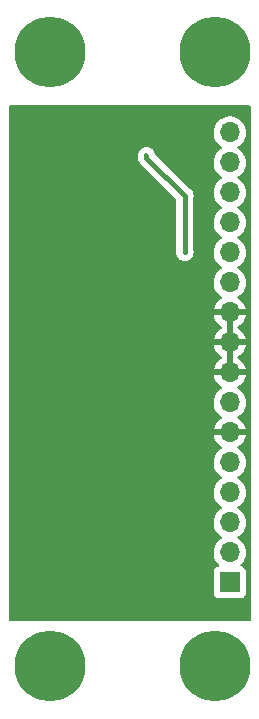
<source format=gbl>
G04 #@! TF.GenerationSoftware,KiCad,Pcbnew,6.0.2+dfsg-1*
G04 #@! TF.CreationDate,2022-07-08T08:01:06-07:00*
G04 #@! TF.ProjectId,behavior_panel,62656861-7669-46f7-925f-70616e656c2e,rev?*
G04 #@! TF.SameCoordinates,Original*
G04 #@! TF.FileFunction,Copper,L2,Bot*
G04 #@! TF.FilePolarity,Positive*
%FSLAX46Y46*%
G04 Gerber Fmt 4.6, Leading zero omitted, Abs format (unit mm)*
G04 Created by KiCad (PCBNEW 6.0.2+dfsg-1) date 2022-07-08 08:01:06*
%MOMM*%
%LPD*%
G01*
G04 APERTURE LIST*
G04 #@! TA.AperFunction,ComponentPad*
%ADD10C,6.000000*%
G04 #@! TD*
G04 #@! TA.AperFunction,ComponentPad*
%ADD11R,1.700000X1.700000*%
G04 #@! TD*
G04 #@! TA.AperFunction,ComponentPad*
%ADD12O,1.700000X1.700000*%
G04 #@! TD*
G04 #@! TA.AperFunction,ViaPad*
%ADD13C,0.457200*%
G04 #@! TD*
G04 #@! TA.AperFunction,Conductor*
%ADD14C,0.400000*%
G04 #@! TD*
G04 APERTURE END LIST*
D10*
X127000000Y-43000000D03*
X141000000Y-43000000D03*
X127000000Y-95000000D03*
X141000000Y-95000000D03*
D11*
X142240000Y-87884000D03*
D12*
X142240000Y-85344000D03*
X142240000Y-82804000D03*
X142240000Y-80264000D03*
X142240000Y-77724000D03*
X142240000Y-75184000D03*
X142240000Y-72644000D03*
X142240000Y-70104000D03*
X142240000Y-67564000D03*
X142240000Y-65024000D03*
X142240000Y-62484000D03*
X142240000Y-59944000D03*
X142240000Y-57404000D03*
X142240000Y-54864000D03*
X142240000Y-52324000D03*
X142240000Y-49784000D03*
D13*
X137287000Y-73914000D03*
X137414000Y-65532000D03*
X136906000Y-65532000D03*
X135763000Y-73406000D03*
X137414000Y-65024000D03*
X136779000Y-73406000D03*
X138201400Y-69596000D03*
X133096000Y-90109000D03*
X136398000Y-65024000D03*
X136017100Y-56769000D03*
X125857000Y-68546500D03*
X136779000Y-73914000D03*
X136271000Y-72898000D03*
X129730500Y-63500000D03*
X136398000Y-65532000D03*
X137287000Y-72898000D03*
X135763000Y-73914000D03*
X133096000Y-80579000D03*
X135293000Y-80264000D03*
X138988800Y-66497100D03*
X137287000Y-73406000D03*
X135499600Y-86090800D03*
X136398000Y-64516000D03*
X126644400Y-57721500D03*
X136017000Y-58293000D03*
X136906000Y-65024000D03*
X136906000Y-64516000D03*
X135763000Y-72898000D03*
X136271000Y-73914000D03*
X137414000Y-64516000D03*
X136779000Y-72898000D03*
X136271000Y-73406000D03*
X135185500Y-51752500D03*
X138430000Y-59921000D03*
X138430000Y-55164000D03*
D14*
X135185500Y-51919500D02*
X135185500Y-51752500D01*
X138430000Y-55164000D02*
X138430000Y-59921000D01*
X138430000Y-55164000D02*
X135185500Y-51919500D01*
G04 #@! TA.AperFunction,Conductor*
G36*
X143960121Y-47518002D02*
G01*
X144006614Y-47571658D01*
X144018000Y-47624000D01*
X144018000Y-91060000D01*
X143997998Y-91128121D01*
X143944342Y-91174614D01*
X143892000Y-91186000D01*
X123634000Y-91186000D01*
X123565879Y-91165998D01*
X123519386Y-91112342D01*
X123508000Y-91060000D01*
X123508000Y-85310695D01*
X140877251Y-85310695D01*
X140877548Y-85315848D01*
X140877548Y-85315851D01*
X140883011Y-85410590D01*
X140890110Y-85533715D01*
X140891247Y-85538761D01*
X140891248Y-85538767D01*
X140911119Y-85626939D01*
X140939222Y-85751639D01*
X141023266Y-85958616D01*
X141139987Y-86149088D01*
X141286250Y-86317938D01*
X141290230Y-86321242D01*
X141294981Y-86325187D01*
X141334616Y-86384090D01*
X141336113Y-86455071D01*
X141298997Y-86515593D01*
X141258724Y-86540112D01*
X141143295Y-86583385D01*
X141026739Y-86670739D01*
X140939385Y-86787295D01*
X140888255Y-86923684D01*
X140881500Y-86985866D01*
X140881500Y-88782134D01*
X140888255Y-88844316D01*
X140939385Y-88980705D01*
X141026739Y-89097261D01*
X141143295Y-89184615D01*
X141279684Y-89235745D01*
X141341866Y-89242500D01*
X143138134Y-89242500D01*
X143200316Y-89235745D01*
X143336705Y-89184615D01*
X143453261Y-89097261D01*
X143540615Y-88980705D01*
X143591745Y-88844316D01*
X143598500Y-88782134D01*
X143598500Y-86985866D01*
X143591745Y-86923684D01*
X143540615Y-86787295D01*
X143453261Y-86670739D01*
X143336705Y-86583385D01*
X143324132Y-86578672D01*
X143218203Y-86538960D01*
X143161439Y-86496318D01*
X143136739Y-86429756D01*
X143151947Y-86360408D01*
X143173493Y-86331727D01*
X143274435Y-86231137D01*
X143278096Y-86227489D01*
X143337594Y-86144689D01*
X143405435Y-86050277D01*
X143408453Y-86046077D01*
X143507430Y-85845811D01*
X143572370Y-85632069D01*
X143601529Y-85410590D01*
X143603156Y-85344000D01*
X143584852Y-85121361D01*
X143530431Y-84904702D01*
X143441354Y-84699840D01*
X143320014Y-84512277D01*
X143169670Y-84347051D01*
X143165619Y-84343852D01*
X143165615Y-84343848D01*
X142998414Y-84211800D01*
X142998410Y-84211798D01*
X142994359Y-84208598D01*
X142953053Y-84185796D01*
X142903084Y-84135364D01*
X142888312Y-84065921D01*
X142913428Y-83999516D01*
X142940780Y-83972909D01*
X142984603Y-83941650D01*
X143119860Y-83845173D01*
X143278096Y-83687489D01*
X143337594Y-83604689D01*
X143405435Y-83510277D01*
X143408453Y-83506077D01*
X143507430Y-83305811D01*
X143572370Y-83092069D01*
X143601529Y-82870590D01*
X143603156Y-82804000D01*
X143584852Y-82581361D01*
X143530431Y-82364702D01*
X143441354Y-82159840D01*
X143320014Y-81972277D01*
X143169670Y-81807051D01*
X143165619Y-81803852D01*
X143165615Y-81803848D01*
X142998414Y-81671800D01*
X142998410Y-81671798D01*
X142994359Y-81668598D01*
X142953053Y-81645796D01*
X142903084Y-81595364D01*
X142888312Y-81525921D01*
X142913428Y-81459516D01*
X142940780Y-81432909D01*
X142984603Y-81401650D01*
X143119860Y-81305173D01*
X143278096Y-81147489D01*
X143337594Y-81064689D01*
X143405435Y-80970277D01*
X143408453Y-80966077D01*
X143507430Y-80765811D01*
X143572370Y-80552069D01*
X143601529Y-80330590D01*
X143603156Y-80264000D01*
X143584852Y-80041361D01*
X143530431Y-79824702D01*
X143441354Y-79619840D01*
X143320014Y-79432277D01*
X143169670Y-79267051D01*
X143165619Y-79263852D01*
X143165615Y-79263848D01*
X142998414Y-79131800D01*
X142998410Y-79131798D01*
X142994359Y-79128598D01*
X142953053Y-79105796D01*
X142903084Y-79055364D01*
X142888312Y-78985921D01*
X142913428Y-78919516D01*
X142940780Y-78892909D01*
X142984603Y-78861650D01*
X143119860Y-78765173D01*
X143278096Y-78607489D01*
X143337594Y-78524689D01*
X143405435Y-78430277D01*
X143408453Y-78426077D01*
X143507430Y-78225811D01*
X143572370Y-78012069D01*
X143601529Y-77790590D01*
X143603156Y-77724000D01*
X143584852Y-77501361D01*
X143530431Y-77284702D01*
X143441354Y-77079840D01*
X143320014Y-76892277D01*
X143169670Y-76727051D01*
X143165619Y-76723852D01*
X143165615Y-76723848D01*
X142998414Y-76591800D01*
X142998410Y-76591798D01*
X142994359Y-76588598D01*
X142952569Y-76565529D01*
X142902598Y-76515097D01*
X142887826Y-76445654D01*
X142912942Y-76379248D01*
X142940294Y-76352641D01*
X143115328Y-76227792D01*
X143123200Y-76221139D01*
X143274052Y-76070812D01*
X143280730Y-76062965D01*
X143405003Y-75890020D01*
X143410313Y-75881183D01*
X143504670Y-75690267D01*
X143508469Y-75680672D01*
X143570377Y-75476910D01*
X143572555Y-75466837D01*
X143573986Y-75455962D01*
X143571775Y-75441778D01*
X143558617Y-75438000D01*
X140923225Y-75438000D01*
X140909694Y-75441973D01*
X140908257Y-75451966D01*
X140938565Y-75586446D01*
X140941645Y-75596275D01*
X141021770Y-75793603D01*
X141026413Y-75802794D01*
X141137694Y-75984388D01*
X141143777Y-75992699D01*
X141283213Y-76153667D01*
X141290580Y-76160883D01*
X141454434Y-76296916D01*
X141462881Y-76302831D01*
X141531969Y-76343203D01*
X141580693Y-76394842D01*
X141593764Y-76464625D01*
X141567033Y-76530396D01*
X141526584Y-76563752D01*
X141513607Y-76570507D01*
X141509474Y-76573610D01*
X141509471Y-76573612D01*
X141485247Y-76591800D01*
X141334965Y-76704635D01*
X141180629Y-76866138D01*
X141054743Y-77050680D01*
X140960688Y-77253305D01*
X140900989Y-77468570D01*
X140877251Y-77690695D01*
X140877548Y-77695848D01*
X140877548Y-77695851D01*
X140883011Y-77790590D01*
X140890110Y-77913715D01*
X140891247Y-77918761D01*
X140891248Y-77918767D01*
X140911119Y-78006939D01*
X140939222Y-78131639D01*
X141023266Y-78338616D01*
X141139987Y-78529088D01*
X141286250Y-78697938D01*
X141458126Y-78840632D01*
X141528595Y-78881811D01*
X141531445Y-78883476D01*
X141580169Y-78935114D01*
X141593240Y-79004897D01*
X141566509Y-79070669D01*
X141526055Y-79104027D01*
X141513607Y-79110507D01*
X141509474Y-79113610D01*
X141509471Y-79113612D01*
X141485247Y-79131800D01*
X141334965Y-79244635D01*
X141180629Y-79406138D01*
X141054743Y-79590680D01*
X140960688Y-79793305D01*
X140900989Y-80008570D01*
X140877251Y-80230695D01*
X140877548Y-80235848D01*
X140877548Y-80235851D01*
X140883011Y-80330590D01*
X140890110Y-80453715D01*
X140891247Y-80458761D01*
X140891248Y-80458767D01*
X140911119Y-80546939D01*
X140939222Y-80671639D01*
X141023266Y-80878616D01*
X141139987Y-81069088D01*
X141286250Y-81237938D01*
X141458126Y-81380632D01*
X141528595Y-81421811D01*
X141531445Y-81423476D01*
X141580169Y-81475114D01*
X141593240Y-81544897D01*
X141566509Y-81610669D01*
X141526055Y-81644027D01*
X141513607Y-81650507D01*
X141509474Y-81653610D01*
X141509471Y-81653612D01*
X141485247Y-81671800D01*
X141334965Y-81784635D01*
X141180629Y-81946138D01*
X141054743Y-82130680D01*
X140960688Y-82333305D01*
X140900989Y-82548570D01*
X140877251Y-82770695D01*
X140877548Y-82775848D01*
X140877548Y-82775851D01*
X140883011Y-82870590D01*
X140890110Y-82993715D01*
X140891247Y-82998761D01*
X140891248Y-82998767D01*
X140911119Y-83086939D01*
X140939222Y-83211639D01*
X141023266Y-83418616D01*
X141139987Y-83609088D01*
X141286250Y-83777938D01*
X141458126Y-83920632D01*
X141528595Y-83961811D01*
X141531445Y-83963476D01*
X141580169Y-84015114D01*
X141593240Y-84084897D01*
X141566509Y-84150669D01*
X141526055Y-84184027D01*
X141513607Y-84190507D01*
X141509474Y-84193610D01*
X141509471Y-84193612D01*
X141485247Y-84211800D01*
X141334965Y-84324635D01*
X141180629Y-84486138D01*
X141054743Y-84670680D01*
X140960688Y-84873305D01*
X140900989Y-85088570D01*
X140877251Y-85310695D01*
X123508000Y-85310695D01*
X123508000Y-72610695D01*
X140877251Y-72610695D01*
X140877548Y-72615848D01*
X140877548Y-72615851D01*
X140883011Y-72710590D01*
X140890110Y-72833715D01*
X140891247Y-72838761D01*
X140891248Y-72838767D01*
X140911119Y-72926939D01*
X140939222Y-73051639D01*
X141023266Y-73258616D01*
X141139987Y-73449088D01*
X141286250Y-73617938D01*
X141458126Y-73760632D01*
X141531955Y-73803774D01*
X141580679Y-73855412D01*
X141593750Y-73925195D01*
X141567019Y-73990967D01*
X141526562Y-74024327D01*
X141518457Y-74028546D01*
X141509738Y-74034036D01*
X141339433Y-74161905D01*
X141331726Y-74168748D01*
X141184590Y-74322717D01*
X141178104Y-74330727D01*
X141058098Y-74506649D01*
X141053000Y-74515623D01*
X140963338Y-74708783D01*
X140959775Y-74718470D01*
X140904389Y-74918183D01*
X140905912Y-74926607D01*
X140918292Y-74930000D01*
X143558344Y-74930000D01*
X143571875Y-74926027D01*
X143573180Y-74916947D01*
X143531214Y-74749875D01*
X143527894Y-74740124D01*
X143442972Y-74544814D01*
X143438105Y-74535739D01*
X143322426Y-74356926D01*
X143316136Y-74348757D01*
X143172806Y-74191240D01*
X143165273Y-74184215D01*
X142998139Y-74052222D01*
X142989556Y-74046520D01*
X142952602Y-74026120D01*
X142902631Y-73975687D01*
X142887859Y-73906245D01*
X142912975Y-73839839D01*
X142940327Y-73813232D01*
X142963797Y-73796491D01*
X143119860Y-73685173D01*
X143278096Y-73527489D01*
X143337594Y-73444689D01*
X143405435Y-73350277D01*
X143408453Y-73346077D01*
X143507430Y-73145811D01*
X143572370Y-72932069D01*
X143601529Y-72710590D01*
X143603156Y-72644000D01*
X143584852Y-72421361D01*
X143530431Y-72204702D01*
X143441354Y-71999840D01*
X143320014Y-71812277D01*
X143169670Y-71647051D01*
X143165619Y-71643852D01*
X143165615Y-71643848D01*
X142998414Y-71511800D01*
X142998410Y-71511798D01*
X142994359Y-71508598D01*
X142952569Y-71485529D01*
X142902598Y-71435097D01*
X142887826Y-71365654D01*
X142912942Y-71299248D01*
X142940294Y-71272641D01*
X143115328Y-71147792D01*
X143123200Y-71141139D01*
X143274052Y-70990812D01*
X143280730Y-70982965D01*
X143405003Y-70810020D01*
X143410313Y-70801183D01*
X143504670Y-70610267D01*
X143508469Y-70600672D01*
X143570377Y-70396910D01*
X143572555Y-70386837D01*
X143573986Y-70375962D01*
X143571775Y-70361778D01*
X143558617Y-70358000D01*
X140923225Y-70358000D01*
X140909694Y-70361973D01*
X140908257Y-70371966D01*
X140938565Y-70506446D01*
X140941645Y-70516275D01*
X141021770Y-70713603D01*
X141026413Y-70722794D01*
X141137694Y-70904388D01*
X141143777Y-70912699D01*
X141283213Y-71073667D01*
X141290580Y-71080883D01*
X141454434Y-71216916D01*
X141462881Y-71222831D01*
X141531969Y-71263203D01*
X141580693Y-71314842D01*
X141593764Y-71384625D01*
X141567033Y-71450396D01*
X141526584Y-71483752D01*
X141513607Y-71490507D01*
X141509474Y-71493610D01*
X141509471Y-71493612D01*
X141485247Y-71511800D01*
X141334965Y-71624635D01*
X141180629Y-71786138D01*
X141054743Y-71970680D01*
X140960688Y-72173305D01*
X140900989Y-72388570D01*
X140877251Y-72610695D01*
X123508000Y-72610695D01*
X123508000Y-69838183D01*
X140904389Y-69838183D01*
X140905912Y-69846607D01*
X140918292Y-69850000D01*
X141967885Y-69850000D01*
X141983124Y-69845525D01*
X141984329Y-69844135D01*
X141986000Y-69836452D01*
X141986000Y-69831885D01*
X142494000Y-69831885D01*
X142498475Y-69847124D01*
X142499865Y-69848329D01*
X142507548Y-69850000D01*
X143558344Y-69850000D01*
X143571875Y-69846027D01*
X143573180Y-69836947D01*
X143531214Y-69669875D01*
X143527894Y-69660124D01*
X143442972Y-69464814D01*
X143438105Y-69455739D01*
X143322426Y-69276926D01*
X143316136Y-69268757D01*
X143172806Y-69111240D01*
X143165273Y-69104215D01*
X142998139Y-68972222D01*
X142989552Y-68966517D01*
X142952116Y-68945851D01*
X142902146Y-68895419D01*
X142887374Y-68825976D01*
X142912490Y-68759571D01*
X142939842Y-68732964D01*
X143115327Y-68607792D01*
X143123200Y-68601139D01*
X143274052Y-68450812D01*
X143280730Y-68442965D01*
X143405003Y-68270020D01*
X143410313Y-68261183D01*
X143504670Y-68070267D01*
X143508469Y-68060672D01*
X143570377Y-67856910D01*
X143572555Y-67846837D01*
X143573986Y-67835962D01*
X143571775Y-67821778D01*
X143558617Y-67818000D01*
X142512115Y-67818000D01*
X142496876Y-67822475D01*
X142495671Y-67823865D01*
X142494000Y-67831548D01*
X142494000Y-69831885D01*
X141986000Y-69831885D01*
X141986000Y-67836115D01*
X141981525Y-67820876D01*
X141980135Y-67819671D01*
X141972452Y-67818000D01*
X140923225Y-67818000D01*
X140909694Y-67821973D01*
X140908257Y-67831966D01*
X140938565Y-67966446D01*
X140941645Y-67976275D01*
X141021770Y-68173603D01*
X141026413Y-68182794D01*
X141137694Y-68364388D01*
X141143777Y-68372699D01*
X141283213Y-68533667D01*
X141290580Y-68540883D01*
X141454434Y-68676916D01*
X141462881Y-68682831D01*
X141532479Y-68723501D01*
X141581203Y-68775140D01*
X141594274Y-68844923D01*
X141567543Y-68910694D01*
X141527087Y-68944053D01*
X141518462Y-68948542D01*
X141509738Y-68954036D01*
X141339433Y-69081905D01*
X141331726Y-69088748D01*
X141184590Y-69242717D01*
X141178104Y-69250727D01*
X141058098Y-69426649D01*
X141053000Y-69435623D01*
X140963338Y-69628783D01*
X140959775Y-69638470D01*
X140904389Y-69838183D01*
X123508000Y-69838183D01*
X123508000Y-67298183D01*
X140904389Y-67298183D01*
X140905912Y-67306607D01*
X140918292Y-67310000D01*
X141967885Y-67310000D01*
X141983124Y-67305525D01*
X141984329Y-67304135D01*
X141986000Y-67296452D01*
X141986000Y-67291885D01*
X142494000Y-67291885D01*
X142498475Y-67307124D01*
X142499865Y-67308329D01*
X142507548Y-67310000D01*
X143558344Y-67310000D01*
X143571875Y-67306027D01*
X143573180Y-67296947D01*
X143531214Y-67129875D01*
X143527894Y-67120124D01*
X143442972Y-66924814D01*
X143438105Y-66915739D01*
X143322426Y-66736926D01*
X143316136Y-66728757D01*
X143172806Y-66571240D01*
X143165273Y-66564215D01*
X142998139Y-66432222D01*
X142989552Y-66426517D01*
X142952116Y-66405851D01*
X142902146Y-66355419D01*
X142887374Y-66285976D01*
X142912490Y-66219571D01*
X142939842Y-66192964D01*
X143115327Y-66067792D01*
X143123200Y-66061139D01*
X143274052Y-65910812D01*
X143280730Y-65902965D01*
X143405003Y-65730020D01*
X143410313Y-65721183D01*
X143504670Y-65530267D01*
X143508469Y-65520672D01*
X143570377Y-65316910D01*
X143572555Y-65306837D01*
X143573986Y-65295962D01*
X143571775Y-65281778D01*
X143558617Y-65278000D01*
X142512115Y-65278000D01*
X142496876Y-65282475D01*
X142495671Y-65283865D01*
X142494000Y-65291548D01*
X142494000Y-67291885D01*
X141986000Y-67291885D01*
X141986000Y-65296115D01*
X141981525Y-65280876D01*
X141980135Y-65279671D01*
X141972452Y-65278000D01*
X140923225Y-65278000D01*
X140909694Y-65281973D01*
X140908257Y-65291966D01*
X140938565Y-65426446D01*
X140941645Y-65436275D01*
X141021770Y-65633603D01*
X141026413Y-65642794D01*
X141137694Y-65824388D01*
X141143777Y-65832699D01*
X141283213Y-65993667D01*
X141290580Y-66000883D01*
X141454434Y-66136916D01*
X141462881Y-66142831D01*
X141532479Y-66183501D01*
X141581203Y-66235140D01*
X141594274Y-66304923D01*
X141567543Y-66370694D01*
X141527087Y-66404053D01*
X141518462Y-66408542D01*
X141509738Y-66414036D01*
X141339433Y-66541905D01*
X141331726Y-66548748D01*
X141184590Y-66702717D01*
X141178104Y-66710727D01*
X141058098Y-66886649D01*
X141053000Y-66895623D01*
X140963338Y-67088783D01*
X140959775Y-67098470D01*
X140904389Y-67298183D01*
X123508000Y-67298183D01*
X123508000Y-62450695D01*
X140877251Y-62450695D01*
X140877548Y-62455848D01*
X140877548Y-62455851D01*
X140883011Y-62550590D01*
X140890110Y-62673715D01*
X140891247Y-62678761D01*
X140891248Y-62678767D01*
X140911119Y-62766939D01*
X140939222Y-62891639D01*
X141023266Y-63098616D01*
X141139987Y-63289088D01*
X141286250Y-63457938D01*
X141458126Y-63600632D01*
X141531955Y-63643774D01*
X141580679Y-63695412D01*
X141593750Y-63765195D01*
X141567019Y-63830967D01*
X141526562Y-63864327D01*
X141518457Y-63868546D01*
X141509738Y-63874036D01*
X141339433Y-64001905D01*
X141331726Y-64008748D01*
X141184590Y-64162717D01*
X141178104Y-64170727D01*
X141058098Y-64346649D01*
X141053000Y-64355623D01*
X140963338Y-64548783D01*
X140959775Y-64558470D01*
X140904389Y-64758183D01*
X140905912Y-64766607D01*
X140918292Y-64770000D01*
X143558344Y-64770000D01*
X143571875Y-64766027D01*
X143573180Y-64756947D01*
X143531214Y-64589875D01*
X143527894Y-64580124D01*
X143442972Y-64384814D01*
X143438105Y-64375739D01*
X143322426Y-64196926D01*
X143316136Y-64188757D01*
X143172806Y-64031240D01*
X143165273Y-64024215D01*
X142998139Y-63892222D01*
X142989556Y-63886520D01*
X142952602Y-63866120D01*
X142902631Y-63815687D01*
X142887859Y-63746245D01*
X142912975Y-63679839D01*
X142940327Y-63653232D01*
X142963797Y-63636491D01*
X143119860Y-63525173D01*
X143278096Y-63367489D01*
X143337594Y-63284689D01*
X143405435Y-63190277D01*
X143408453Y-63186077D01*
X143507430Y-62985811D01*
X143572370Y-62772069D01*
X143601529Y-62550590D01*
X143603156Y-62484000D01*
X143584852Y-62261361D01*
X143530431Y-62044702D01*
X143441354Y-61839840D01*
X143320014Y-61652277D01*
X143169670Y-61487051D01*
X143165619Y-61483852D01*
X143165615Y-61483848D01*
X142998414Y-61351800D01*
X142998410Y-61351798D01*
X142994359Y-61348598D01*
X142953053Y-61325796D01*
X142903084Y-61275364D01*
X142888312Y-61205921D01*
X142913428Y-61139516D01*
X142940780Y-61112909D01*
X142984603Y-61081650D01*
X143119860Y-60985173D01*
X143278096Y-60827489D01*
X143337594Y-60744689D01*
X143405435Y-60650277D01*
X143408453Y-60646077D01*
X143432950Y-60596512D01*
X143505136Y-60450453D01*
X143505137Y-60450451D01*
X143507430Y-60445811D01*
X143572370Y-60232069D01*
X143601529Y-60010590D01*
X143603156Y-59944000D01*
X143584852Y-59721361D01*
X143530431Y-59504702D01*
X143441354Y-59299840D01*
X143320014Y-59112277D01*
X143169670Y-58947051D01*
X143165619Y-58943852D01*
X143165615Y-58943848D01*
X142998414Y-58811800D01*
X142998410Y-58811798D01*
X142994359Y-58808598D01*
X142953053Y-58785796D01*
X142903084Y-58735364D01*
X142888312Y-58665921D01*
X142913428Y-58599516D01*
X142940780Y-58572909D01*
X142984603Y-58541650D01*
X143119860Y-58445173D01*
X143278096Y-58287489D01*
X143337594Y-58204689D01*
X143405435Y-58110277D01*
X143408453Y-58106077D01*
X143507430Y-57905811D01*
X143572370Y-57692069D01*
X143601529Y-57470590D01*
X143603156Y-57404000D01*
X143584852Y-57181361D01*
X143530431Y-56964702D01*
X143441354Y-56759840D01*
X143320014Y-56572277D01*
X143169670Y-56407051D01*
X143165619Y-56403852D01*
X143165615Y-56403848D01*
X142998414Y-56271800D01*
X142998410Y-56271798D01*
X142994359Y-56268598D01*
X142953053Y-56245796D01*
X142903084Y-56195364D01*
X142888312Y-56125921D01*
X142913428Y-56059516D01*
X142940780Y-56032909D01*
X142984603Y-56001650D01*
X143119860Y-55905173D01*
X143278096Y-55747489D01*
X143337594Y-55664689D01*
X143405435Y-55570277D01*
X143408453Y-55566077D01*
X143507430Y-55365811D01*
X143572370Y-55152069D01*
X143601529Y-54930590D01*
X143603156Y-54864000D01*
X143584852Y-54641361D01*
X143530431Y-54424702D01*
X143441354Y-54219840D01*
X143320014Y-54032277D01*
X143169670Y-53867051D01*
X143165619Y-53863852D01*
X143165615Y-53863848D01*
X142998414Y-53731800D01*
X142998410Y-53731798D01*
X142994359Y-53728598D01*
X142953053Y-53705796D01*
X142903084Y-53655364D01*
X142888312Y-53585921D01*
X142913428Y-53519516D01*
X142940780Y-53492909D01*
X142984603Y-53461650D01*
X143119860Y-53365173D01*
X143278096Y-53207489D01*
X143337594Y-53124689D01*
X143405435Y-53030277D01*
X143408453Y-53026077D01*
X143507430Y-52825811D01*
X143572370Y-52612069D01*
X143601529Y-52390590D01*
X143603156Y-52324000D01*
X143584852Y-52101361D01*
X143530431Y-51884702D01*
X143441354Y-51679840D01*
X143386574Y-51595163D01*
X143322822Y-51496617D01*
X143322820Y-51496614D01*
X143320014Y-51492277D01*
X143169670Y-51327051D01*
X143165619Y-51323852D01*
X143165615Y-51323848D01*
X142998414Y-51191800D01*
X142998410Y-51191798D01*
X142994359Y-51188598D01*
X142953053Y-51165796D01*
X142903084Y-51115364D01*
X142888312Y-51045921D01*
X142913428Y-50979516D01*
X142940780Y-50952909D01*
X142984603Y-50921650D01*
X143119860Y-50825173D01*
X143278096Y-50667489D01*
X143337594Y-50584689D01*
X143405435Y-50490277D01*
X143408453Y-50486077D01*
X143507430Y-50285811D01*
X143572370Y-50072069D01*
X143601529Y-49850590D01*
X143603156Y-49784000D01*
X143584852Y-49561361D01*
X143530431Y-49344702D01*
X143441354Y-49139840D01*
X143320014Y-48952277D01*
X143169670Y-48787051D01*
X143165619Y-48783852D01*
X143165615Y-48783848D01*
X142998414Y-48651800D01*
X142998410Y-48651798D01*
X142994359Y-48648598D01*
X142798789Y-48540638D01*
X142793920Y-48538914D01*
X142793916Y-48538912D01*
X142593087Y-48467795D01*
X142593083Y-48467794D01*
X142588212Y-48466069D01*
X142583119Y-48465162D01*
X142583116Y-48465161D01*
X142373373Y-48427800D01*
X142373367Y-48427799D01*
X142368284Y-48426894D01*
X142294452Y-48425992D01*
X142150081Y-48424228D01*
X142150079Y-48424228D01*
X142144911Y-48424165D01*
X141924091Y-48457955D01*
X141711756Y-48527357D01*
X141513607Y-48630507D01*
X141509474Y-48633610D01*
X141509471Y-48633612D01*
X141485247Y-48651800D01*
X141334965Y-48764635D01*
X141180629Y-48926138D01*
X141054743Y-49110680D01*
X140960688Y-49313305D01*
X140900989Y-49528570D01*
X140877251Y-49750695D01*
X140877548Y-49755848D01*
X140877548Y-49755851D01*
X140883011Y-49850590D01*
X140890110Y-49973715D01*
X140891247Y-49978761D01*
X140891248Y-49978767D01*
X140911119Y-50066939D01*
X140939222Y-50191639D01*
X141023266Y-50398616D01*
X141139987Y-50589088D01*
X141286250Y-50757938D01*
X141458126Y-50900632D01*
X141528595Y-50941811D01*
X141531445Y-50943476D01*
X141580169Y-50995114D01*
X141593240Y-51064897D01*
X141566509Y-51130669D01*
X141526055Y-51164027D01*
X141513607Y-51170507D01*
X141509474Y-51173610D01*
X141509471Y-51173612D01*
X141339100Y-51301530D01*
X141334965Y-51304635D01*
X141331393Y-51308373D01*
X141215826Y-51429307D01*
X141180629Y-51466138D01*
X141054743Y-51650680D01*
X140960688Y-51853305D01*
X140900989Y-52068570D01*
X140877251Y-52290695D01*
X140877548Y-52295848D01*
X140877548Y-52295851D01*
X140889812Y-52508547D01*
X140890110Y-52513715D01*
X140891247Y-52518761D01*
X140891248Y-52518767D01*
X140911119Y-52606939D01*
X140939222Y-52731639D01*
X141023266Y-52938616D01*
X141139987Y-53129088D01*
X141286250Y-53297938D01*
X141458126Y-53440632D01*
X141528595Y-53481811D01*
X141531445Y-53483476D01*
X141580169Y-53535114D01*
X141593240Y-53604897D01*
X141566509Y-53670669D01*
X141526055Y-53704027D01*
X141513607Y-53710507D01*
X141509474Y-53713610D01*
X141509471Y-53713612D01*
X141485247Y-53731800D01*
X141334965Y-53844635D01*
X141180629Y-54006138D01*
X141054743Y-54190680D01*
X140960688Y-54393305D01*
X140900989Y-54608570D01*
X140877251Y-54830695D01*
X140877548Y-54835848D01*
X140877548Y-54835851D01*
X140883011Y-54930590D01*
X140890110Y-55053715D01*
X140891247Y-55058761D01*
X140891248Y-55058767D01*
X140911119Y-55146939D01*
X140939222Y-55271639D01*
X140977461Y-55365811D01*
X141014680Y-55457470D01*
X141023266Y-55478616D01*
X141139987Y-55669088D01*
X141286250Y-55837938D01*
X141458126Y-55980632D01*
X141528595Y-56021811D01*
X141531445Y-56023476D01*
X141580169Y-56075114D01*
X141593240Y-56144897D01*
X141566509Y-56210669D01*
X141526055Y-56244027D01*
X141513607Y-56250507D01*
X141509474Y-56253610D01*
X141509471Y-56253612D01*
X141485247Y-56271800D01*
X141334965Y-56384635D01*
X141180629Y-56546138D01*
X141054743Y-56730680D01*
X140960688Y-56933305D01*
X140900989Y-57148570D01*
X140877251Y-57370695D01*
X140877548Y-57375848D01*
X140877548Y-57375851D01*
X140883011Y-57470590D01*
X140890110Y-57593715D01*
X140891247Y-57598761D01*
X140891248Y-57598767D01*
X140911119Y-57686939D01*
X140939222Y-57811639D01*
X141023266Y-58018616D01*
X141139987Y-58209088D01*
X141286250Y-58377938D01*
X141458126Y-58520632D01*
X141528595Y-58561811D01*
X141531445Y-58563476D01*
X141580169Y-58615114D01*
X141593240Y-58684897D01*
X141566509Y-58750669D01*
X141526055Y-58784027D01*
X141513607Y-58790507D01*
X141509474Y-58793610D01*
X141509471Y-58793612D01*
X141485247Y-58811800D01*
X141334965Y-58924635D01*
X141180629Y-59086138D01*
X141054743Y-59270680D01*
X140960688Y-59473305D01*
X140900989Y-59688570D01*
X140877251Y-59910695D01*
X140877548Y-59915848D01*
X140877548Y-59915851D01*
X140883011Y-60010590D01*
X140890110Y-60133715D01*
X140891247Y-60138761D01*
X140891248Y-60138767D01*
X140910784Y-60225451D01*
X140939222Y-60351639D01*
X141023266Y-60558616D01*
X141139987Y-60749088D01*
X141286250Y-60917938D01*
X141458126Y-61060632D01*
X141528595Y-61101811D01*
X141531445Y-61103476D01*
X141580169Y-61155114D01*
X141593240Y-61224897D01*
X141566509Y-61290669D01*
X141526055Y-61324027D01*
X141513607Y-61330507D01*
X141509474Y-61333610D01*
X141509471Y-61333612D01*
X141485247Y-61351800D01*
X141334965Y-61464635D01*
X141180629Y-61626138D01*
X141054743Y-61810680D01*
X140960688Y-62013305D01*
X140900989Y-62228570D01*
X140877251Y-62450695D01*
X123508000Y-62450695D01*
X123508000Y-51742143D01*
X134443808Y-51742143D01*
X134459945Y-51906721D01*
X134462169Y-51913406D01*
X134467763Y-51930223D01*
X134472780Y-51956777D01*
X134472775Y-51956852D01*
X134474082Y-51964339D01*
X134483761Y-52019799D01*
X134484723Y-52026321D01*
X134492398Y-52089742D01*
X134495081Y-52096843D01*
X134495722Y-52099452D01*
X134500185Y-52115762D01*
X134500950Y-52118298D01*
X134502257Y-52125784D01*
X134505311Y-52132741D01*
X134527942Y-52184295D01*
X134530433Y-52190399D01*
X134553013Y-52250156D01*
X134557317Y-52256419D01*
X134558554Y-52258785D01*
X134566799Y-52273597D01*
X134568132Y-52275851D01*
X134571185Y-52282805D01*
X134577240Y-52290695D01*
X134610079Y-52333491D01*
X134613959Y-52338832D01*
X134645839Y-52385220D01*
X134645844Y-52385225D01*
X134650143Y-52391481D01*
X134655813Y-52396532D01*
X134655814Y-52396534D01*
X134696670Y-52432935D01*
X134701946Y-52437916D01*
X137684595Y-55420565D01*
X137718621Y-55482877D01*
X137721500Y-55509660D01*
X137721500Y-59690113D01*
X137713901Y-59733207D01*
X137711444Y-59739958D01*
X137709034Y-59746580D01*
X137688308Y-59910643D01*
X137704445Y-60075221D01*
X137756643Y-60232134D01*
X137760290Y-60238156D01*
X137760291Y-60238158D01*
X137829018Y-60351639D01*
X137842308Y-60373584D01*
X137847197Y-60378647D01*
X137847198Y-60378648D01*
X137907273Y-60440857D01*
X137957182Y-60492539D01*
X137963074Y-60496394D01*
X137963078Y-60496398D01*
X138042629Y-60548454D01*
X138095555Y-60583088D01*
X138250551Y-60640730D01*
X138257532Y-60641661D01*
X138257534Y-60641662D01*
X138407485Y-60661670D01*
X138407489Y-60661670D01*
X138414466Y-60662601D01*
X138421478Y-60661963D01*
X138421481Y-60661963D01*
X138572134Y-60648253D01*
X138572137Y-60648252D01*
X138579152Y-60647614D01*
X138607894Y-60638275D01*
X138729730Y-60598688D01*
X138729732Y-60598687D01*
X138736426Y-60596512D01*
X138770760Y-60576045D01*
X138872418Y-60515445D01*
X138872420Y-60515444D01*
X138878470Y-60511837D01*
X138998224Y-60397797D01*
X139025712Y-60356425D01*
X139085836Y-60265931D01*
X139085837Y-60265929D01*
X139089737Y-60260059D01*
X139148460Y-60105469D01*
X139162265Y-60007240D01*
X139170924Y-59945633D01*
X139170924Y-59945630D01*
X139171475Y-59941711D01*
X139171764Y-59921000D01*
X139153331Y-59756663D01*
X139145507Y-59734196D01*
X139138500Y-59692764D01*
X139138500Y-55397814D01*
X139145056Y-55362093D01*
X139144207Y-55361875D01*
X139145958Y-55355056D01*
X139148460Y-55348469D01*
X139171475Y-55184711D01*
X139171764Y-55164000D01*
X139153331Y-54999663D01*
X139098947Y-54843494D01*
X139011316Y-54703255D01*
X138922391Y-54613707D01*
X138899755Y-54590912D01*
X138899751Y-54590909D01*
X138894792Y-54585915D01*
X138794579Y-54522318D01*
X138772998Y-54505028D01*
X135946690Y-51678720D01*
X135912664Y-51616408D01*
X135910570Y-51603667D01*
X135909616Y-51595163D01*
X135908831Y-51588163D01*
X135854447Y-51431994D01*
X135766816Y-51291755D01*
X135708308Y-51232837D01*
X135655255Y-51179412D01*
X135655251Y-51179409D01*
X135650292Y-51174415D01*
X135640156Y-51167982D01*
X135557242Y-51115364D01*
X135510668Y-51085807D01*
X135451946Y-51064897D01*
X135361516Y-51032696D01*
X135361514Y-51032695D01*
X135354882Y-51030334D01*
X135347896Y-51029501D01*
X135347892Y-51029500D01*
X135212348Y-51013338D01*
X135190678Y-51010754D01*
X135183676Y-51011490D01*
X135183674Y-51011490D01*
X135033217Y-51027304D01*
X135033215Y-51027304D01*
X135026217Y-51028040D01*
X134973692Y-51045921D01*
X134876342Y-51079061D01*
X134876339Y-51079062D01*
X134869672Y-51081332D01*
X134863673Y-51085022D01*
X134863672Y-51085023D01*
X134735253Y-51164027D01*
X134728824Y-51167982D01*
X134610674Y-51283683D01*
X134606859Y-51289603D01*
X134606858Y-51289604D01*
X134582725Y-51327051D01*
X134521093Y-51422686D01*
X134464534Y-51578080D01*
X134443808Y-51742143D01*
X123508000Y-51742143D01*
X123508000Y-47624000D01*
X123528002Y-47555879D01*
X123581658Y-47509386D01*
X123634000Y-47498000D01*
X143892000Y-47498000D01*
X143960121Y-47518002D01*
G37*
G04 #@! TD.AperFunction*
M02*

</source>
